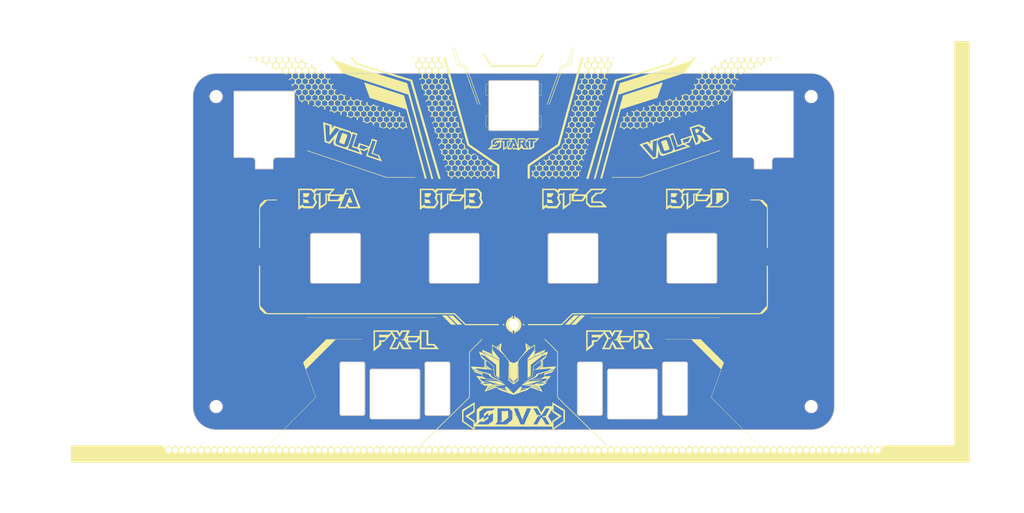
<source format=kicad_pcb>
(kicad_pcb (version 20241229) (generator "pcbnew") (generator_version "9.0")
  (layers (0 "F.Cu" signal) (2 "B.Cu" signal) (13 "F.Paste" user) (15 "B.Paste" user) (5 "F.SilkS" user) (7 "B.SilkS" user) (1 "F.Mask" user) (3 "B.Mask" user) (25 "Edge.Cuts" user))
  (net 0 "")
  (footprint "MountingHole:MountingHole_3.2mm_M3" (layer "F.Cu") (at 57.810951 49.5818)
    (property "Reference" "REF**")
    (property "Value" "MountingHole_3.2mm_M3")
    (pad "" np_thru_hole circle (at 0 0) (size 3.2 3.2) (drill 3.2) (layers "*.Cu" "*.Mask"))
  )
  (footprint "MountingHole:MountingHole_3.2mm_M3" (layer "F.Cu") (at 57.810951 136.5818)
    (property "Reference" "REF**")
    (property "Value" "MountingHole_3.2mm_M3")
    (pad "" np_thru_hole circle (at 0 0) (size 3.2 3.2) (drill 3.2) (layers "*.Cu" "*.Mask"))
  )
  (footprint "MountingHole:MountingHole_3.2mm_M3" (layer "F.Cu") (at 224.81095 49.5818)
    (property "Reference" "REF**")
    (property "Value" "MountingHole_3.2mm_M3")
    (pad "" np_thru_hole circle (at 0 0) (size 3.2 3.2) (drill 3.2) (layers "*.Cu" "*.Mask"))
  )
  (footprint "MountingHole:MountingHole_3.2mm_M3" (layer "F.Cu") (at 224.81095 136.5818)
    (property "Reference" "REF**")
    (property "Value" "MountingHole_3.2mm_M3")
    (pad "" np_thru_hole circle (at 0 0) (size 3.2 3.2) (drill 3.2) (layers "*.Cu" "*.Mask"))
  )
  (footprint "MountingHole:MountingHole_3mm" (layer "F.Cu") (at 141.3 113.58)
    (property "Reference" "REF**")
    (property "Value" "MountingHole_3mm")
    (pad "" np_thru_hole circle (at 0 0) (size 3 3) (drill 3) (layers "*.Cu" "*.Mask"))
  )
  (footprint "skin:skin_v4-2_silk_neg" (layer "F.Cu") (at 143.19 92.07)
    (property "Reference" "G***" (hide yes))
    (property "Value" "LOGO" (hide yes))
  )
  (footprint "skin:skin_v4-2_silk_neg_back" (layer "F.Cu") (at 143.19 92.07)
    (property "Reference" "G***" (hide yes))
    (property "Value" "LOGO" (hide yes))
  )
  (footprint "skin:skin_v4-2_silk" (layer "F.Cu") (at 143.19 93.17)
    (property "Reference" "G***" (hide yes))
    (property "Value" "LOGO" (hide yes))
  )
  (gr_arc (start 183.588 139.075) (mid 183.234447 138.928553) (end 183.088 138.575) (stroke (width 0.2)) (layer "Edge.Cuts"))
  (gr_line (start 123.413 138.575) (end 123.413 124.575) (stroke (width 0.2)) (layer "Edge.Cuts"))
  (gr_arc (start 51.310952 49.5818) (mid 53.214758 44.985607) (end 57.810951 43.081801) (stroke (width 0.2)) (layer "Edge.Cuts"))
  (gr_arc (start 181.15 126.075) (mid 181.503553 126.221447) (end 181.65 126.575) (stroke (width 0.2)) (layer "Edge.Cuts"))
  (gr_arc (start 114.975 139.575) (mid 114.828553 139.928553) (end 114.475 140.075) (stroke (width 0.2)) (layer "Edge.Cuts"))
  (gr_line (start 79.804756 66.677745) (end 74.804756 66.677745) (stroke (width 0.2)) (layer "Edge.Cuts"))
  (gr_arc (start 184.825 101.975) (mid 184.471447 101.828553) (end 184.325 101.475) (stroke (width 0.2)) (layer "Edge.Cuts"))
  (gr_arc (start 84.305011 88.4788) (mid 84.451458 88.125247) (end 84.805011 87.9788) (stroke (width 0.2)) (layer "Edge.Cuts"))
  (gr_arc (start 117.641201 88.4788) (mid 117.787648 88.125247) (end 118.141201 87.9788) (stroke (width 0.2)) (layer "Edge.Cuts"))
  (gr_line (start 190.088 138.575) (end 190.088 124.575) (stroke (width 0.2)) (layer "Edge.Cuts"))
  (gr_line (start 84.305011 88.4788) (end 84.305011 101.4788) (stroke (width 0.2)) (layer "Edge.Cuts"))
  (gr_line (start 219.8166 66.677745) (end 219.8166 48.077745) (stroke (width 0.2)) (layer "Edge.Cuts"))
  (gr_line (start 189.588 124.075) (end 183.588 124.075) (stroke (width 0.2)) (layer "Edge.Cuts"))
  (gr_line (start 84.805011 87.9788) (end 97.805011 87.9788) (stroke (width 0.2)) (layer "Edge.Cuts"))
  (gr_arc (start 84.805011 101.9788) (mid 84.451458 101.832353) (end 84.305011 101.4788) (stroke (width 0.2)) (layer "Edge.Cuts"))
  (gr_arc (start 224.81095 43.0818) (mid 229.407144 44.985606) (end 231.31095 49.5818) (stroke (width 0.2)) (layer "Edge.Cuts"))
  (gr_line (start 57.810951 143.0818) (end 224.81095 143.0818) (stroke (width 0.2)) (layer "Edge.Cuts"))
  (gr_arc (start 165.712 124.075) (mid 166.065553 124.221447) (end 166.212 124.575) (stroke (width 0.2)) (layer "Edge.Cuts"))
  (gr_line (start 181.65 126.575) (end 181.65 139.575) (stroke (width 0.2)) (layer "Edge.Cuts"))
  (gr_arc (start 231.31095 136.5818) (mid 229.407144 141.177994) (end 224.81095 143.0818) (stroke (width 0.2)) (layer "Edge.Cuts"))
  (gr_arc (start 100.975 126.575) (mid 101.121447 126.221447) (end 101.475 126.075) (stroke (width 0.2)) (layer "Edge.Cuts"))
  (gr_line (start 99.537 138.575) (end 99.537 124.575) (stroke (width 0.2)) (layer "Edge.Cuts"))
  (gr_line (start 167.65 126.575) (end 167.65 139.575) (stroke (width 0.2)) (layer "Edge.Cuts"))
  (gr_line (start 118.141201 101.9788) (end 131.141201 101.9788) (stroke (width 0.2)) (layer "Edge.Cuts"))
  (gr_arc (start 184.325 88.475) (mid 184.471447 88.121447) (end 184.825 87.975) (stroke (width 0.2)) (layer "Edge.Cuts"))
  (gr_arc (start 198.325 101.475) (mid 198.178553 101.828553) (end 197.825 101.975) (stroke (width 0.2)) (layer "Edge.Cuts"))
  (gr_line (start 116.413 138.575) (end 116.413 124.575) (stroke (width 0.2)) (layer "Edge.Cuts"))
  (gr_arc (start 92.537 124.575) (mid 92.683447 124.221447) (end 93.037 124.075) (stroke (width 0.2)) (layer "Edge.Cuts"))
  (gr_line (start 151.4801 87.9788) (end 164.4801 87.9788) (stroke (width 0.2)) (layer "Edge.Cuts"))
  (gr_arc (start 190.088 138.575) (mid 189.941553 138.928553) (end 189.588 139.075) (stroke (width 0.2)) (layer "Edge.Cuts"))
  (gr_arc (start 97.805011 87.9788) (mid 98.158564 88.125247) (end 98.305011 88.4788) (stroke (width 0.2)) (layer "Edge.Cuts"))
  (gr_arc (start 207.8166 66.677745) (mid 208.523707 66.970638) (end 208.8166 67.677745) (stroke (width 0.2)) (layer "Edge.Cuts"))
  (gr_arc (start 122.913 124.075) (mid 123.266553 124.221447) (end 123.413 124.575) (stroke (width 0.2)) (layer "Edge.Cuts"))
  (gr_arc (start 116.413 124.575) (mid 116.559447 124.221447) (end 116.913 124.075) (stroke (width 0.2)) (layer "Edge.Cuts"))
  (gr_line (start 189.588 139.075) (end 183.588 139.075) (stroke (width 0.2)) (layer "Edge.Cuts"))
  (gr_arc (start 116.913 139.075) (mid 116.559447 138.928553) (end 116.413 138.575) (stroke (width 0.2)) (layer "Edge.Cuts"))
  (gr_line (start 62.804756 66.677745) (end 62.804756 48.077745) (stroke (width 0.2)) (layer "Edge.Cuts"))
  (gr_line (start 151.4801 101.9788) (end 164.4801 101.9788) (stroke (width 0.2)) (layer "Edge.Cuts"))
  (gr_line (start 100.975 126.575) (end 100.975 139.575) (stroke (width 0.2)) (layer "Edge.Cuts"))
  (gr_line (start 184.825 101.975) (end 197.825 101.975) (stroke (width 0.2)) (layer "Edge.Cuts"))
  (gr_arc (start 134.311301 45.617001) (mid 134.457748 45.263448) (end 134.811301 45.117001) (stroke (width 0.2)) (layer "Edge.Cuts"))
  (gr_line (start 134.311301 45.617001) (end 134.311301 58.617001) (stroke (width 0.2)) (layer "Edge.Cuts"))
  (gr_line (start 84.805011 101.9788) (end 97.805011 101.9788) (stroke (width 0.2)) (layer "Edge.Cuts"))
  (gr_arc (start 167.65 126.575) (mid 167.796447 126.221447) (end 168.15 126.075) (stroke (width 0.2)) (layer "Edge.Cuts"))
  (gr_line (start 213.8166 69.877745) (end 213.8166 67.677745) (stroke (width 0.2)) (layer "Edge.Cuts"))
  (gr_line (start 168.15 140.075) (end 181.15 140.075) (stroke (width 0.2)) (layer "Edge.Cuts"))
  (gr_line (start 68.804756 69.877745) (end 68.804756 67.677745) (stroke (width 0.2)) (layer "Edge.Cuts"))
  (gr_arc (start 164.9801 101.4788) (mid 164.833653 101.832353) (end 164.4801 101.9788) (stroke (width 0.2)) (layer "Edge.Cuts"))
  (gr_line (start 67.804756 66.677745) (end 62.804756 66.677745) (stroke (width 0.2)) (layer "Edge.Cuts"))
  (gr_line (start 183.088 138.575) (end 183.088 124.575) (stroke (width 0.2)) (layer "Edge.Cuts"))
  (gr_line (start 207.8166 66.677745) (end 202.8166 66.677745) (stroke (width 0.2)) (layer "Edge.Cuts"))
  (gr_arc (start 118.141201 101.9788) (mid 117.787648 101.832353) (end 117.641201 101.4788) (stroke (width 0.2)) (layer "Edge.Cuts"))
  (gr_arc (start 123.413 138.575) (mid 123.266553 138.928553) (end 122.913 139.075) (stroke (width 0.2)) (layer "Edge.Cuts"))
  (gr_arc (start 189.588 124.075) (mid 189.941553 124.221447) (end 190.088 124.575) (stroke (width 0.2)) (layer "Edge.Cuts"))
  (gr_line (start 165.712 124.075) (end 159.712 124.075) (stroke (width 0.2)) (layer "Edge.Cuts"))
  (gr_line (start 166.212 138.575) (end 166.212 124.575) (stroke (width 0.2)) (layer "Edge.Cuts"))
  (gr_line (start 165.712 139.075) (end 159.712 139.075) (stroke (width 0.2)) (layer "Edge.Cuts"))
  (gr_line (start 184.825 87.975) (end 197.825 87.975) (stroke (width 0.2)) (layer "Edge.Cuts"))
  (gr_line (start 99.037 124.075) (end 93.037 124.075) (stroke (width 0.2)) (layer "Edge.Cuts"))
  (gr_arc (start 98.305011 101.4788) (mid 98.158564 101.832353) (end 97.805011 101.9788) (stroke (width 0.2)) (layer "Edge.Cuts"))
  (gr_line (start 134.811301 45.117001) (end 147.811301 45.117001) (stroke (width 0.2)) (layer "Edge.Cuts"))
  (gr_line (start 99.037 139.075) (end 93.037 139.075) (stroke (width 0.2)) (layer "Edge.Cuts"))
  (gr_arc (start 148.311301 58.617001) (mid 148.164854 58.970554) (end 147.811301 59.117001) (stroke (width 0.2)) (layer "Edge.Cuts"))
  (gr_line (start 150.9801 88.4788) (end 150.9801 101.4788) (stroke (width 0.2)) (layer "Edge.Cuts"))
  (gr_line (start 114.975 126.575) (end 114.975 139.575) (stroke (width 0.2)) (layer "Edge.Cuts"))
  (gr_line (start 51.310951 49.5818) (end 51.310951 136.5818) (stroke (width 0.2)) (layer "Edge.Cuts"))
  (gr_arc (start 150.9801 88.4788) (mid 151.126547 88.125247) (end 151.4801 87.9788) (stroke (width 0.2)) (layer "Edge.Cuts"))
  (gr_line (start 213.8166 69.877745) (end 208.8166 69.877745) (stroke (width 0.2)) (layer "Edge.Cuts"))
  (gr_line (start 164.9801 88.4788) (end 164.9801 101.4788) (stroke (width 0.2)) (layer "Edge.Cuts"))
  (gr_line (start 202.8166 66.677745) (end 202.8166 48.077745) (stroke (width 0.2)) (layer "Edge.Cuts"))
  (gr_arc (start 131.141201 87.9788) (mid 131.494754 88.125247) (end 131.641201 88.4788) (stroke (width 0.2)) (layer "Edge.Cuts"))
  (gr_arc (start 147.811301 45.117001) (mid 148.164854 45.263448) (end 148.311301 45.617001) (stroke (width 0.2)) (layer "Edge.Cuts"))
  (gr_line (start 131.641201 88.4788) (end 131.641201 101.4788) (stroke (width 0.2)) (layer "Edge.Cuts"))
  (gr_arc (start 151.4801 101.9788) (mid 151.126547 101.832353) (end 150.9801 101.4788) (stroke (width 0.2)) (layer "Edge.Cuts"))
  (gr_line (start 224.81095 43.081801) (end 57.810951 43.081801) (stroke (width 0.2)) (layer "Edge.Cuts"))
  (gr_line (start 79.804756 48.077745) (end 62.804756 48.077745) (stroke (width 0.2)) (layer "Edge.Cuts"))
  (gr_line (start 122.913 124.075) (end 116.913 124.075) (stroke (width 0.2)) (layer "Edge.Cuts"))
  (gr_arc (start 131.641201 101.4788) (mid 131.494754 101.832353) (end 131.141201 101.9788) (stroke (width 0.2)) (layer "Edge.Cuts"))
  (gr_arc (start 164.4801 87.9788) (mid 164.833653 88.125247) (end 164.9801 88.4788) (stroke (width 0.2)) (layer "Edge.Cuts"))
  (gr_line (start 198.325 88.475) (end 198.325 101.475) (stroke (width 0.2)) (layer "Edge.Cuts"))
  (gr_arc (start 99.037 124.075) (mid 99.390553 124.221447) (end 99.537 124.575) (stroke (width 0.2)) (layer "Edge.Cuts"))
  (gr_line (start 98.305011 88.4788) (end 98.305011 101.4788) (stroke (width 0.2)) (layer "Edge.Cuts"))
  (gr_line (start 79.804756 66.677745) (end 79.804756 48.077745) (stroke (width 0.2)) (layer "Edge.Cuts"))
  (gr_line (start 159.212 138.575) (end 159.212 124.575) (stroke (width 0.2)) (layer "Edge.Cuts"))
  (gr_line (start 184.325 88.475) (end 184.325 101.475) (stroke (width 0.2)) (layer "Edge.Cuts"))
  (gr_arc (start 57.810951 143.0818) (mid 53.214757 141.177994) (end 51.310951 136.5818) (stroke (width 0.2)) (layer "Edge.Cuts"))
  (gr_line (start 134.811301 59.117001) (end 147.811301 59.117001) (stroke (width 0.2)) (layer "Edge.Cuts"))
  (gr_line (start 231.31095 136.5818) (end 231.31095 49.5818) (stroke (width 0.2)) (layer "Edge.Cuts"))
  (gr_line (start 148.311301 45.617001) (end 148.311301 58.617001) (stroke (width 0.2)) (layer "Edge.Cuts"))
  (gr_arc (start 213.8166 67.677745) (mid 214.109493 66.970638) (end 214.8166 66.677745) (stroke (width 0.2)) (layer "Edge.Cuts"))
  (gr_line (start 101.475 126.075) (end 114.475 126.075) (stroke (width 0.2)) (layer "Edge.Cuts"))
  (gr_arc (start 73.804756 67.677745) (mid 74.097649 66.970638) (end 74.804756 66.677745) (stroke (width 0.2)) (layer "Edge.Cuts"))
  (gr_arc (start 99.537 138.575) (mid 99.390553 138.928553) (end 99.037 139.075) (stroke (width 0.2)) (layer "Edge.Cuts"))
  (gr_arc (start 114.475 126.075) (mid 114.828553 126.221447) (end 114.975 126.575) (stroke (width 0.2)) (layer "Edge.Cuts"))
  (gr_line (start 118.141201 87.9788) (end 131.141201 87.9788) (stroke (width 0.2)) (layer "Edge.Cuts"))
  (gr_arc (start 67.804756 66.677745) (mid 68.511863 66.970638) (end 68.804756 67.677745) (stroke (width 0.2)) (layer "Edge.Cuts"))
  (gr_line (start 117.641201 88.4788) (end 117.641201 101.4788) (stroke (width 0.2)) (layer "Edge.Cuts"))
  (gr_line (start 92.537 138.575) (end 92.537 124.575) (stroke (width 0.2)) (layer "Edge.Cuts"))
  (gr_line (start 219.8166 48.077745) (end 202.8166 48.077745) (stroke (width 0.2)) (layer "Edge.Cuts"))
  (gr_arc (start 181.65 139.575) (mid 181.503553 139.928553) (end 181.15 140.075) (stroke (width 0.2)) (layer "Edge.Cuts"))
  (gr_line (start 122.913 139.075) (end 116.913 139.075) (stroke (width 0.2)) (layer "Edge.Cuts"))
  (gr_arc (start 93.037 139.075) (mid 92.683447 138.928553) (end 92.537 138.575) (stroke (width 0.2)) (layer "Edge.Cuts"))
  (gr_arc (start 197.825 87.975) (mid 198.178553 88.121447) (end 198.325 88.475) (stroke (width 0.2)) (layer "Edge.Cuts"))
  (gr_line (start 101.475 140.075) (end 114.475 140.075) (stroke (width 0.2)) (layer "Edge.Cuts"))
  (gr_line (start 73.804756 69.877745) (end 73.804756 67.677745) (stroke (width 0.2)) (layer "Edge.Cuts"))
  (gr_arc (start 166.212 138.575) (mid 166.065553 138.928553) (end 165.712 139.075) (stroke (width 0.2)) (layer "Edge.Cuts"))
  (gr_arc (start 168.15 140.075) (mid 167.796447 139.928553) (end 167.65 139.575) (stroke (width 0.2)) (layer "Edge.Cuts"))
  (gr_line (start 168.15 126.075) (end 181.15 126.075) (stroke (width 0.2)) (layer "Edge.Cuts"))
  (gr_line (start 219.8166 66.677745) (end 214.8166 66.677745) (stroke (width 0.2)) (layer "Edge.Cuts"))
  (gr_line (start 208.8166 69.877745) (end 208.8166 67.677745) (stroke (width 0.2)) (layer "Edge.Cuts"))
  (gr_arc (start 183.088 124.575) (mid 183.234447 124.221447) (end 183.588 124.075) (stroke (width 0.2)) (layer "Edge.Cuts"))
  (gr_arc (start 134.811301 59.117001) (mid 134.457748 58.970554) (end 134.311301 58.617001) (stroke (width 0.2)) (layer "Edge.Cuts"))
  (gr_arc (start 159.712 139.075) (mid 159.358447 138.928553) (end 159.212 138.575) (stroke (width 0.2)) (layer "Edge.Cuts"))
  (gr_arc (start 159.212 124.575) (mid 159.358447 124.221447) (end 159.712 124.075) (stroke (width 0.2)) (layer "Edge.Cuts"))
  (gr_arc (start 101.475 140.075) (mid 101.121447 139.928553) (end 100.975 139.575) (stroke (width 0.2)) (layer "Edge.Cuts"))
  (gr_line (start 73.804756 69.877745) (end 68.804756 69.877745) (stroke (width 0.2)) (layer "Edge.Cuts"))
  (zone (net 0) (net_name "") (layer "F.Cu") (connect_pads (clearance 0.0254)) (min_thickness 0.0254) (fill yes (thermal_gap 0.508) (thermal_bridge_width 0.508))
    (polygon (pts (xy 283.93898 165.5572) (xy 8.2042 166.4208) (xy 6.19252 32.31388) (xy 273.66722 22.48662)))
  )
  (zone (net 0) (net_name "") (layer "B.Cu") (connect_pads (clearance 0.0254)) (min_thickness 0.0254) (fill yes (thermal_gap 0.508) (thermal_bridge_width 0.508))
    (polygon (pts (xy 284.53334 166.0398) (xy -2.8448 165.61562) (xy 0.16002 27.19832) (xy 279.42794 26.24582)))
  )
)
</source>
